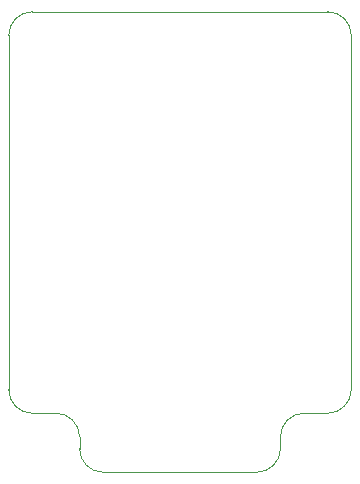
<source format=gbr>
%TF.GenerationSoftware,Altium Limited,Altium Designer,22.7.1 (60)*%
G04 Layer_Color=0*
%FSLAX45Y45*%
%MOMM*%
%TF.SameCoordinates,1A5FE687-02E9-4ECA-85C8-40D928D14E81*%
%TF.FilePolarity,Positive*%
%TF.FileFunction,Profile,NP*%
%TF.Part,Single*%
G01*
G75*
%TA.AperFunction,Profile*%
%ADD93C,0.02540*%
D93*
X400000Y500000D02*
G02*
X600000Y300000I0J-200000D01*
G01*
Y200000D01*
D02*
G03*
X800000Y0I200000J0D01*
G01*
X2100000D01*
D02*
G03*
X2300000Y200000I0J200000D01*
G01*
X2300000Y300000D01*
D02*
G02*
X2500000Y500000I200000J0D01*
G01*
X2700000D01*
D02*
G03*
X2900000Y700000I0J200000D01*
G01*
Y3700000D01*
D02*
G03*
X2700000Y3900000I-200000J0D01*
G01*
X200000D01*
D02*
G03*
X0Y3700000I0J-200000D01*
G01*
Y700000D01*
D02*
G03*
X200000Y500000I200000J0D01*
G01*
X400000D01*
%TF.MD5,a30b843c2f8ed7ea4284064bb60ddc67*%
M02*

</source>
